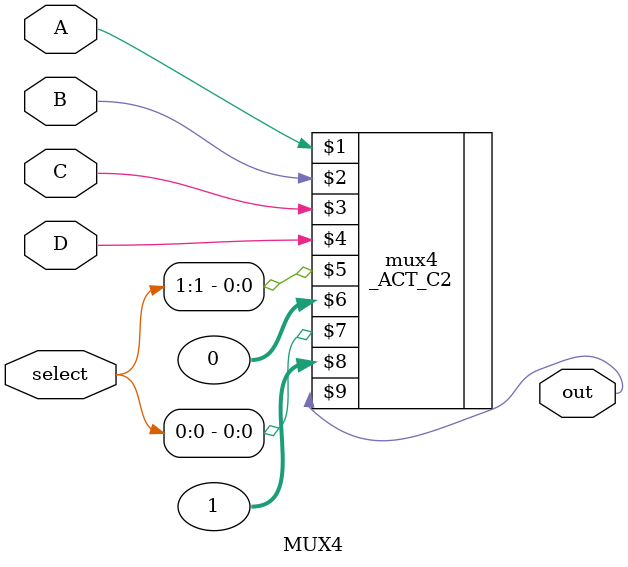
<source format=v>
module MUX4 #(parameter bits = 1) (
    input [bits - 1 : 0] A, B, C, D,
    input [1:0] select,

    output [bits - 1 : 0] out
);
    // S1S0
    //  00 -> A
    //  01 -> B
    //  10 -> C
    //  11 -> D
    
    _ACT_C2 #(bits) mux4(A, B, C, D, select[1], 0, select[0], 1, out);

endmodule
</source>
